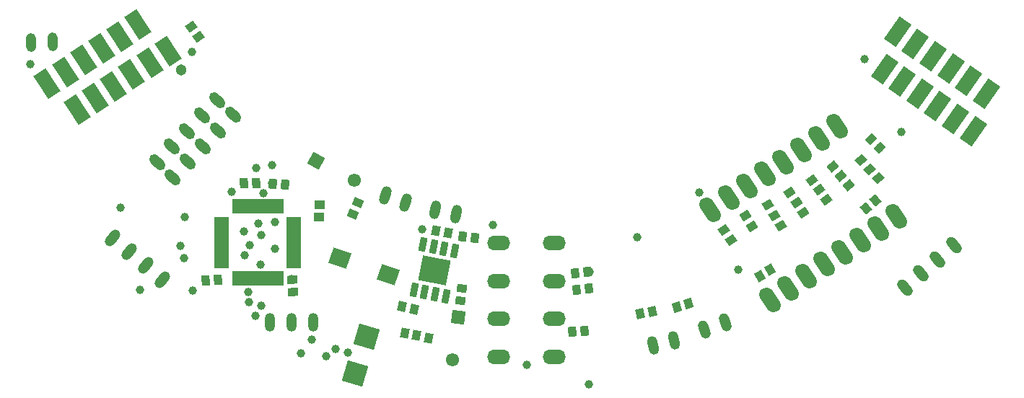
<source format=gts>
%FSLAX25Y25*%
%MOIN*%
G70*
G01*
G75*
G04 Layer_Color=8388736*
G04:AMPARAMS|DCode=10|XSize=37.4mil|YSize=29.53mil|CornerRadius=0mil|HoleSize=0mil|Usage=FLASHONLY|Rotation=215.500|XOffset=0mil|YOffset=0mil|HoleType=Round|Shape=Rectangle|*
%AMROTATEDRECTD10*
4,1,4,0.00665,0.02288,0.02380,-0.00116,-0.00665,-0.02288,-0.02380,0.00116,0.00665,0.02288,0.0*
%
%ADD10ROTATEDRECTD10*%

G04:AMPARAMS|DCode=11|XSize=59.06mil|YSize=118.11mil|CornerRadius=0mil|HoleSize=0mil|Usage=FLASHONLY|Rotation=33.000|XOffset=0mil|YOffset=0mil|HoleType=Round|Shape=Rectangle|*
%AMROTATEDRECTD11*
4,1,4,0.00740,-0.06561,-0.05693,0.03345,-0.00740,0.06561,0.05693,-0.03345,0.00740,-0.06561,0.0*
%
%ADD11ROTATEDRECTD11*%

G04:AMPARAMS|DCode=12|XSize=37.4mil|YSize=29.53mil|CornerRadius=0mil|HoleSize=0mil|Usage=FLASHONLY|Rotation=337.500|XOffset=0mil|YOffset=0mil|HoleType=Round|Shape=Rectangle|*
%AMROTATEDRECTD12*
4,1,4,-0.02293,-0.00648,-0.01163,0.02080,0.02293,0.00648,0.01163,-0.02080,-0.02293,-0.00648,0.0*
%
%ADD12ROTATEDRECTD12*%

G04:AMPARAMS|DCode=13|XSize=37.4mil|YSize=29.53mil|CornerRadius=0mil|HoleSize=0mil|Usage=FLASHONLY|Rotation=96.500|XOffset=0mil|YOffset=0mil|HoleType=Round|Shape=Rectangle|*
%AMROTATEDRECTD13*
4,1,4,0.01679,-0.01691,-0.01255,-0.02025,-0.01679,0.01691,0.01255,0.02025,0.01679,-0.01691,0.0*
%
%ADD13ROTATEDRECTD13*%

%ADD14P,0.12806X4X118.5*%
G04:AMPARAMS|DCode=15|XSize=37.4mil|YSize=29.53mil|CornerRadius=0mil|HoleSize=0mil|Usage=FLASHONLY|Rotation=352.500|XOffset=0mil|YOffset=0mil|HoleType=Round|Shape=Rectangle|*
%AMROTATEDRECTD15*
4,1,4,-0.02047,-0.01220,-0.01661,0.01708,0.02047,0.01220,0.01661,-0.01708,-0.02047,-0.01220,0.0*
%
%ADD15ROTATEDRECTD15*%

G04:AMPARAMS|DCode=16|XSize=37.4mil|YSize=29.53mil|CornerRadius=0mil|HoleSize=0mil|Usage=FLASHONLY|Rotation=78.500|XOffset=0mil|YOffset=0mil|HoleType=Round|Shape=Rectangle|*
%AMROTATEDRECTD16*
4,1,4,0.01074,-0.02127,-0.01820,-0.01538,-0.01074,0.02127,0.01820,0.01538,0.01074,-0.02127,0.0*
%
%ADD16ROTATEDRECTD16*%

G04:AMPARAMS|DCode=17|XSize=108.27mil|YSize=122.05mil|CornerRadius=0mil|HoleSize=0mil|Usage=FLASHONLY|Rotation=259.000|XOffset=0mil|YOffset=0mil|HoleType=Round|Shape=Rectangle|*
%AMROTATEDRECTD17*
4,1,4,-0.04957,0.06478,0.07023,0.04150,0.04957,-0.06478,-0.07023,-0.04150,-0.04957,0.06478,0.0*
%
%ADD17ROTATEDRECTD17*%

G04:AMPARAMS|DCode=18|XSize=23.62mil|YSize=57.09mil|CornerRadius=0mil|HoleSize=0mil|Usage=FLASHONLY|Rotation=349.000|XOffset=0mil|YOffset=0mil|HoleType=Round|Shape=Rectangle|*
%AMROTATEDRECTD18*
4,1,4,-0.01704,-0.02577,-0.00615,0.03027,0.01704,0.02577,0.00615,-0.03027,-0.01704,-0.02577,0.0*
%
%ADD18ROTATEDRECTD18*%

G04:AMPARAMS|DCode=19|XSize=66.93mil|YSize=78.74mil|CornerRadius=0mil|HoleSize=0mil|Usage=FLASHONLY|Rotation=251.000|XOffset=0mil|YOffset=0mil|HoleType=Round|Shape=Rectangle|*
%AMROTATEDRECTD19*
4,1,4,-0.02633,0.04446,0.04812,0.01882,0.02633,-0.04446,-0.04812,-0.01882,-0.02633,0.04446,0.0*
%
%ADD19ROTATEDRECTD19*%

G04:AMPARAMS|DCode=20|XSize=37.4mil|YSize=29.53mil|CornerRadius=0mil|HoleSize=0mil|Usage=FLASHONLY|Rotation=84.948|XOffset=0mil|YOffset=0mil|HoleType=Round|Shape=Rectangle|*
%AMROTATEDRECTD20*
4,1,4,0.01306,-0.01993,-0.01635,-0.01733,-0.01306,0.01993,0.01635,0.01733,0.01306,-0.01993,0.0*
%
%ADD20ROTATEDRECTD20*%

G04:AMPARAMS|DCode=21|XSize=37.4mil|YSize=29.53mil|CornerRadius=0mil|HoleSize=0mil|Usage=FLASHONLY|Rotation=272.280|XOffset=0mil|YOffset=0mil|HoleType=Round|Shape=Rectangle|*
%AMROTATEDRECTD21*
4,1,4,-0.01550,0.01810,0.01401,0.01927,0.01550,-0.01810,-0.01401,-0.01927,-0.01550,0.01810,0.0*
%
%ADD21ROTATEDRECTD21*%

G04:AMPARAMS|DCode=22|XSize=37.4mil|YSize=29.53mil|CornerRadius=0mil|HoleSize=0mil|Usage=FLASHONLY|Rotation=96.500|XOffset=0mil|YOffset=0mil|HoleType=Round|Shape=Rectangle|*
%AMROTATEDRECTD22*
4,1,4,0.01679,-0.01691,-0.01255,-0.02025,-0.01679,0.01691,0.01255,0.02025,0.01679,-0.01691,0.0*
%
%ADD22ROTATEDRECTD22*%

%ADD23R,0.01181X0.05709*%
%ADD24R,0.05709X0.01181*%
G04:AMPARAMS|DCode=25|XSize=37.4mil|YSize=29.53mil|CornerRadius=0mil|HoleSize=0mil|Usage=FLASHONLY|Rotation=103.000|XOffset=0mil|YOffset=0mil|HoleType=Round|Shape=Rectangle|*
%AMROTATEDRECTD25*
4,1,4,0.01859,-0.01490,-0.01018,-0.02154,-0.01859,0.01490,0.01018,0.02154,0.01859,-0.01490,0.0*
%
%ADD25ROTATEDRECTD25*%

G04:AMPARAMS|DCode=26|XSize=37.4mil|YSize=29.53mil|CornerRadius=0mil|HoleSize=0mil|Usage=FLASHONLY|Rotation=77.000|XOffset=0mil|YOffset=0mil|HoleType=Round|Shape=Rectangle|*
%AMROTATEDRECTD26*
4,1,4,0.01018,-0.02154,-0.01859,-0.01490,-0.01018,0.02154,0.01859,0.01490,0.01018,-0.02154,0.0*
%
%ADD26ROTATEDRECTD26*%

G04:AMPARAMS|DCode=27|XSize=37.4mil|YSize=29.53mil|CornerRadius=0mil|HoleSize=0mil|Usage=FLASHONLY|Rotation=95.500|XOffset=0mil|YOffset=0mil|HoleType=Round|Shape=Rectangle|*
%AMROTATEDRECTD27*
4,1,4,0.01649,-0.01720,-0.01290,-0.02003,-0.01649,0.01720,0.01290,0.02003,0.01649,-0.01720,0.0*
%
%ADD27ROTATEDRECTD27*%

G04:AMPARAMS|DCode=28|XSize=37.4mil|YSize=29.53mil|CornerRadius=0mil|HoleSize=0mil|Usage=FLASHONLY|Rotation=182.681|XOffset=0mil|YOffset=0mil|HoleType=Round|Shape=Rectangle|*
%AMROTATEDRECTD28*
4,1,4,0.01799,0.01562,0.01937,-0.01387,-0.01799,-0.01562,-0.01937,0.01387,0.01799,0.01562,0.0*
%
%ADD28ROTATEDRECTD28*%

G04:AMPARAMS|DCode=29|XSize=37.4mil|YSize=29.53mil|CornerRadius=0mil|HoleSize=0mil|Usage=FLASHONLY|Rotation=287.000|XOffset=0mil|YOffset=0mil|HoleType=Round|Shape=Rectangle|*
%AMROTATEDRECTD29*
4,1,4,-0.01959,0.01357,0.00865,0.02220,0.01959,-0.01357,-0.00865,-0.02220,-0.01959,0.01357,0.0*
%
%ADD29ROTATEDRECTD29*%

G04:AMPARAMS|DCode=30|XSize=37.4mil|YSize=29.53mil|CornerRadius=0mil|HoleSize=0mil|Usage=FLASHONLY|Rotation=358.956|XOffset=0mil|YOffset=0mil|HoleType=Round|Shape=Rectangle|*
%AMROTATEDRECTD30*
4,1,4,-0.01897,-0.01442,-0.01843,0.01510,0.01897,0.01442,0.01843,-0.01510,-0.01897,-0.01442,0.0*
%
%ADD30ROTATEDRECTD30*%

G04:AMPARAMS|DCode=31|XSize=37.4mil|YSize=29.53mil|CornerRadius=0mil|HoleSize=0mil|Usage=FLASHONLY|Rotation=262.500|XOffset=0mil|YOffset=0mil|HoleType=Round|Shape=Rectangle|*
%AMROTATEDRECTD31*
4,1,4,-0.01220,0.02047,0.01708,0.01661,0.01220,-0.02047,-0.01708,-0.01661,-0.01220,0.02047,0.0*
%
%ADD31ROTATEDRECTD31*%

G04:AMPARAMS|DCode=32|XSize=37.4mil|YSize=29.53mil|CornerRadius=0mil|HoleSize=0mil|Usage=FLASHONLY|Rotation=259.000|XOffset=0mil|YOffset=0mil|HoleType=Round|Shape=Rectangle|*
%AMROTATEDRECTD32*
4,1,4,-0.01092,0.02117,0.01806,0.01554,0.01092,-0.02117,-0.01806,-0.01554,-0.01092,0.02117,0.0*
%
%ADD32ROTATEDRECTD32*%

G04:AMPARAMS|DCode=33|XSize=37.4mil|YSize=29.53mil|CornerRadius=0mil|HoleSize=0mil|Usage=FLASHONLY|Rotation=45.000|XOffset=0mil|YOffset=0mil|HoleType=Round|Shape=Rectangle|*
%AMROTATEDRECTD33*
4,1,4,-0.00278,-0.02366,-0.02366,-0.00278,0.00278,0.02366,0.02366,0.00278,-0.00278,-0.02366,0.0*
%
%ADD33ROTATEDRECTD33*%

G04:AMPARAMS|DCode=34|XSize=37.4mil|YSize=29.53mil|CornerRadius=0mil|HoleSize=0mil|Usage=FLASHONLY|Rotation=222.500|XOffset=0mil|YOffset=0mil|HoleType=Round|Shape=Rectangle|*
%AMROTATEDRECTD34*
4,1,4,0.00381,0.02352,0.02376,0.00175,-0.00381,-0.02352,-0.02376,-0.00175,0.00381,0.02352,0.0*
%
%ADD34ROTATEDRECTD34*%

G04:AMPARAMS|DCode=35|XSize=37.4mil|YSize=29.53mil|CornerRadius=0mil|HoleSize=0mil|Usage=FLASHONLY|Rotation=219.500|XOffset=0mil|YOffset=0mil|HoleType=Round|Shape=Rectangle|*
%AMROTATEDRECTD35*
4,1,4,0.00504,0.02329,0.02382,0.00050,-0.00504,-0.02329,-0.02382,-0.00050,0.00504,0.02329,0.0*
%
%ADD35ROTATEDRECTD35*%

G04:AMPARAMS|DCode=36|XSize=37.4mil|YSize=29.53mil|CornerRadius=0mil|HoleSize=0mil|Usage=FLASHONLY|Rotation=216.500|XOffset=0mil|YOffset=0mil|HoleType=Round|Shape=Rectangle|*
%AMROTATEDRECTD36*
4,1,4,0.00625,0.02299,0.02382,-0.00074,-0.00625,-0.02299,-0.02382,0.00074,0.00625,0.02299,0.0*
%
%ADD36ROTATEDRECTD36*%

G04:AMPARAMS|DCode=37|XSize=37.4mil|YSize=29.53mil|CornerRadius=0mil|HoleSize=0mil|Usage=FLASHONLY|Rotation=130.000|XOffset=0mil|YOffset=0mil|HoleType=Round|Shape=Rectangle|*
%AMROTATEDRECTD37*
4,1,4,0.02333,-0.00484,0.00071,-0.02382,-0.02333,0.00484,-0.00071,0.02382,0.02333,-0.00484,0.0*
%
%ADD37ROTATEDRECTD37*%

G04:AMPARAMS|DCode=38|XSize=37.4mil|YSize=29.53mil|CornerRadius=0mil|HoleSize=0mil|Usage=FLASHONLY|Rotation=213.500|XOffset=0mil|YOffset=0mil|HoleType=Round|Shape=Rectangle|*
%AMROTATEDRECTD38*
4,1,4,0.00745,0.02263,0.02374,-0.00199,-0.00745,-0.02263,-0.02374,0.00199,0.00745,0.02263,0.0*
%
%ADD38ROTATEDRECTD38*%

G04:AMPARAMS|DCode=39|XSize=37.4mil|YSize=29.53mil|CornerRadius=0mil|HoleSize=0mil|Usage=FLASHONLY|Rotation=210.500|XOffset=0mil|YOffset=0mil|HoleType=Round|Shape=Rectangle|*
%AMROTATEDRECTD39*
4,1,4,0.00862,0.02221,0.02361,-0.00323,-0.00862,-0.02221,-0.02361,0.00323,0.00862,0.02221,0.0*
%
%ADD39ROTATEDRECTD39*%

G04:AMPARAMS|DCode=40|XSize=37.4mil|YSize=29.53mil|CornerRadius=0mil|HoleSize=0mil|Usage=FLASHONLY|Rotation=120.243|XOffset=0mil|YOffset=0mil|HoleType=Round|Shape=Rectangle|*
%AMROTATEDRECTD40*
4,1,4,0.02217,-0.00872,-0.00334,-0.02359,-0.02217,0.00872,0.00334,0.02359,0.02217,-0.00872,0.0*
%
%ADD40ROTATEDRECTD40*%

G04:AMPARAMS|DCode=41|XSize=37.4mil|YSize=29.53mil|CornerRadius=0mil|HoleSize=0mil|Usage=FLASHONLY|Rotation=212.500|XOffset=0mil|YOffset=0mil|HoleType=Round|Shape=Rectangle|*
%AMROTATEDRECTD41*
4,1,4,0.00784,0.02250,0.02371,-0.00240,-0.00784,-0.02250,-0.02371,0.00240,0.00784,0.02250,0.0*
%
%ADD41ROTATEDRECTD41*%

G04:AMPARAMS|DCode=42|XSize=37.4mil|YSize=29.53mil|CornerRadius=0mil|HoleSize=0mil|Usage=FLASHONLY|Rotation=214.500|XOffset=0mil|YOffset=0mil|HoleType=Round|Shape=Rectangle|*
%AMROTATEDRECTD42*
4,1,4,0.00705,0.02276,0.02377,-0.00158,-0.00705,-0.02276,-0.02377,0.00158,0.00705,0.02276,0.0*
%
%ADD42ROTATEDRECTD42*%

G04:AMPARAMS|DCode=43|XSize=59.06mil|YSize=118.11mil|CornerRadius=0mil|HoleSize=0mil|Usage=FLASHONLY|Rotation=325.000|XOffset=0mil|YOffset=0mil|HoleType=Round|Shape=Rectangle|*
%AMROTATEDRECTD43*
4,1,4,-0.05806,-0.03144,0.00969,0.06531,0.05806,0.03144,-0.00969,-0.06531,-0.05806,-0.03144,0.0*
%
%ADD43ROTATEDRECTD43*%

G04:AMPARAMS|DCode=44|XSize=37.4mil|YSize=29.53mil|CornerRadius=0mil|HoleSize=0mil|Usage=FLASHONLY|Rotation=93.284|XOffset=0mil|YOffset=0mil|HoleType=Round|Shape=Rectangle|*
%AMROTATEDRECTD44*
4,1,4,0.01581,-0.01782,-0.01367,-0.01952,-0.01581,0.01782,0.01367,0.01952,0.01581,-0.01782,0.0*
%
%ADD44ROTATEDRECTD44*%

%ADD45C,0.01000*%
G04:AMPARAMS|DCode=46|XSize=39.37mil|YSize=78.74mil|CornerRadius=0mil|HoleSize=0mil|Usage=FLASHONLY|Rotation=182.000|XOffset=0mil|YOffset=0mil|HoleType=Round|Shape=Round|*
%AMOVALD46*
21,1,0.03937,0.03937,0.00000,0.00000,272.0*
1,1,0.03937,-0.00069,0.01967*
1,1,0.03937,0.00069,-0.01967*
%
%ADD46OVALD46*%

G04:AMPARAMS|DCode=47|XSize=59.06mil|YSize=118.11mil|CornerRadius=0mil|HoleSize=0mil|Usage=FLASHONLY|Rotation=33.500|XOffset=0mil|YOffset=0mil|HoleType=Round|Shape=Round|*
%AMOVALD47*
21,1,0.05906,0.05906,0.00000,0.00000,123.5*
1,1,0.05906,0.01630,-0.02462*
1,1,0.05906,-0.01630,0.02462*
%
%ADD47OVALD47*%

G04:AMPARAMS|DCode=48|XSize=39.37mil|YSize=78.74mil|CornerRadius=0mil|HoleSize=0mil|Usage=FLASHONLY|Rotation=349.000|XOffset=0mil|YOffset=0mil|HoleType=Round|Shape=Round|*
%AMOVALD48*
21,1,0.03937,0.03937,0.00000,0.00000,79.0*
1,1,0.03937,-0.00376,-0.01932*
1,1,0.03937,0.00376,0.01932*
%
%ADD48OVALD48*%

%ADD49C,0.05315*%
%ADD50P,0.07517X4X378.0*%
%ADD51P,0.07517X4X307.5*%
%ADD52O,0.03937X0.07874*%
%ADD53O,0.09843X0.05906*%
G04:AMPARAMS|DCode=54|XSize=39.37mil|YSize=78.74mil|CornerRadius=0mil|HoleSize=0mil|Usage=FLASHONLY|Rotation=14.000|XOffset=0mil|YOffset=0mil|HoleType=Round|Shape=Round|*
%AMOVALD54*
21,1,0.03937,0.03937,0.00000,0.00000,104.0*
1,1,0.03937,0.00476,-0.01910*
1,1,0.03937,-0.00476,0.01910*
%
%ADD54OVALD54*%

G04:AMPARAMS|DCode=55|XSize=39.37mil|YSize=78.74mil|CornerRadius=0mil|HoleSize=0mil|Usage=FLASHONLY|Rotation=19.500|XOffset=0mil|YOffset=0mil|HoleType=Round|Shape=Round|*
%AMOVALD55*
21,1,0.03937,0.03937,0.00000,0.00000,109.5*
1,1,0.03937,0.00657,-0.01856*
1,1,0.03937,-0.00657,0.01856*
%
%ADD55OVALD55*%

G04:AMPARAMS|DCode=56|XSize=39.37mil|YSize=78.74mil|CornerRadius=0mil|HoleSize=0mil|Usage=FLASHONLY|Rotation=342.000|XOffset=0mil|YOffset=0mil|HoleType=Round|Shape=Round|*
%AMOVALD56*
21,1,0.03937,0.03937,0.00000,0.00000,72.0*
1,1,0.03937,-0.00608,-0.01872*
1,1,0.03937,0.00608,0.01872*
%
%ADD56OVALD56*%

G04:AMPARAMS|DCode=57|XSize=39.37mil|YSize=78.74mil|CornerRadius=0mil|HoleSize=0mil|Usage=FLASHONLY|Rotation=40.500|XOffset=0mil|YOffset=0mil|HoleType=Round|Shape=Round|*
%AMOVALD57*
21,1,0.03937,0.03937,0.00000,0.00000,130.5*
1,1,0.03937,0.01278,-0.01497*
1,1,0.03937,-0.01278,0.01497*
%
%ADD57OVALD57*%

G04:AMPARAMS|DCode=58|XSize=39.37mil|YSize=78.74mil|CornerRadius=0mil|HoleSize=0mil|Usage=FLASHONLY|Rotation=46.000|XOffset=0mil|YOffset=0mil|HoleType=Round|Shape=Round|*
%AMOVALD58*
21,1,0.03937,0.03937,0.00000,0.00000,136.0*
1,1,0.03937,0.01416,-0.01367*
1,1,0.03937,-0.01416,0.01367*
%
%ADD58OVALD58*%

G04:AMPARAMS|DCode=59|XSize=39.37mil|YSize=78.74mil|CornerRadius=0mil|HoleSize=0mil|Usage=FLASHONLY|Rotation=320.000|XOffset=0mil|YOffset=0mil|HoleType=Round|Shape=Round|*
%AMOVALD59*
21,1,0.03937,0.03937,0.00000,0.00000,50.0*
1,1,0.03937,-0.01265,-0.01508*
1,1,0.03937,0.01265,0.01508*
%
%ADD59OVALD59*%

%ADD60C,0.03150*%
%ADD61C,0.01969*%
%ADD62C,0.04331*%
%ADD63C,0.00984*%
%ADD64C,0.02362*%
%ADD65C,0.00787*%
%ADD66C,0.00394*%
%ADD67C,0.00197*%
G04:AMPARAMS|DCode=68|XSize=45.4mil|YSize=37.53mil|CornerRadius=0mil|HoleSize=0mil|Usage=FLASHONLY|Rotation=215.500|XOffset=0mil|YOffset=0mil|HoleType=Round|Shape=Rectangle|*
%AMROTATEDRECTD68*
4,1,4,0.00759,0.02846,0.02938,-0.00209,-0.00759,-0.02846,-0.02938,0.00209,0.00759,0.02846,0.0*
%
%ADD68ROTATEDRECTD68*%

G04:AMPARAMS|DCode=69|XSize=67.06mil|YSize=126.11mil|CornerRadius=0mil|HoleSize=0mil|Usage=FLASHONLY|Rotation=33.000|XOffset=0mil|YOffset=0mil|HoleType=Round|Shape=Rectangle|*
%AMROTATEDRECTD69*
4,1,4,0.00622,-0.07114,-0.06246,0.03462,-0.00622,0.07114,0.06246,-0.03462,0.00622,-0.07114,0.0*
%
%ADD69ROTATEDRECTD69*%

G04:AMPARAMS|DCode=70|XSize=45.4mil|YSize=37.53mil|CornerRadius=0mil|HoleSize=0mil|Usage=FLASHONLY|Rotation=337.500|XOffset=0mil|YOffset=0mil|HoleType=Round|Shape=Rectangle|*
%AMROTATEDRECTD70*
4,1,4,-0.02815,-0.00865,-0.01379,0.02602,0.02815,0.00865,0.01379,-0.02602,-0.02815,-0.00865,0.0*
%
%ADD70ROTATEDRECTD70*%

G04:AMPARAMS|DCode=71|XSize=45.4mil|YSize=37.53mil|CornerRadius=0mil|HoleSize=0mil|Usage=FLASHONLY|Rotation=96.500|XOffset=0mil|YOffset=0mil|HoleType=Round|Shape=Rectangle|*
%AMROTATEDRECTD71*
4,1,4,0.02121,-0.02043,-0.01607,-0.02468,-0.02121,0.02043,0.01607,0.02468,0.02121,-0.02043,0.0*
%
%ADD71ROTATEDRECTD71*%

%ADD72P,0.13937X4X118.5*%
G04:AMPARAMS|DCode=73|XSize=45.4mil|YSize=37.53mil|CornerRadius=0mil|HoleSize=0mil|Usage=FLASHONLY|Rotation=352.500|XOffset=0mil|YOffset=0mil|HoleType=Round|Shape=Rectangle|*
%AMROTATEDRECTD73*
4,1,4,-0.02496,-0.01564,-0.02006,0.02157,0.02496,0.01564,0.02006,-0.02157,-0.02496,-0.01564,0.0*
%
%ADD73ROTATEDRECTD73*%

G04:AMPARAMS|DCode=74|XSize=45.4mil|YSize=37.53mil|CornerRadius=0mil|HoleSize=0mil|Usage=FLASHONLY|Rotation=78.500|XOffset=0mil|YOffset=0mil|HoleType=Round|Shape=Rectangle|*
%AMROTATEDRECTD74*
4,1,4,0.01386,-0.02599,-0.02291,-0.01850,-0.01386,0.02599,0.02291,0.01850,0.01386,-0.02599,0.0*
%
%ADD74ROTATEDRECTD74*%

G04:AMPARAMS|DCode=75|XSize=116.27mil|YSize=130.05mil|CornerRadius=0mil|HoleSize=0mil|Usage=FLASHONLY|Rotation=259.000|XOffset=0mil|YOffset=0mil|HoleType=Round|Shape=Rectangle|*
%AMROTATEDRECTD75*
4,1,4,-0.05274,0.06947,0.07492,0.04466,0.05274,-0.06947,-0.07492,-0.04466,-0.05274,0.06947,0.0*
%
%ADD75ROTATEDRECTD75*%

G04:AMPARAMS|DCode=76|XSize=31.62mil|YSize=65.09mil|CornerRadius=0mil|HoleSize=0mil|Usage=FLASHONLY|Rotation=349.000|XOffset=0mil|YOffset=0mil|HoleType=Round|Shape=Rectangle|*
%AMROTATEDRECTD76*
4,1,4,-0.02173,-0.02893,-0.00931,0.03496,0.02173,0.02893,0.00931,-0.03496,-0.02173,-0.02893,0.0*
%
%ADD76ROTATEDRECTD76*%

G04:AMPARAMS|DCode=77|XSize=74.93mil|YSize=86.74mil|CornerRadius=0mil|HoleSize=0mil|Usage=FLASHONLY|Rotation=251.000|XOffset=0mil|YOffset=0mil|HoleType=Round|Shape=Rectangle|*
%AMROTATEDRECTD77*
4,1,4,-0.02881,0.04954,0.05321,0.02130,0.02881,-0.04954,-0.05321,-0.02130,-0.02881,0.04954,0.0*
%
%ADD77ROTATEDRECTD77*%

G04:AMPARAMS|DCode=78|XSize=45.4mil|YSize=37.53mil|CornerRadius=0mil|HoleSize=0mil|Usage=FLASHONLY|Rotation=84.948|XOffset=0mil|YOffset=0mil|HoleType=Round|Shape=Rectangle|*
%AMROTATEDRECTD78*
4,1,4,0.01669,-0.02427,-0.02069,-0.02096,-0.01669,0.02427,0.02069,0.02096,0.01669,-0.02427,0.0*
%
%ADD78ROTATEDRECTD78*%

G04:AMPARAMS|DCode=79|XSize=45.4mil|YSize=37.53mil|CornerRadius=0mil|HoleSize=0mil|Usage=FLASHONLY|Rotation=272.280|XOffset=0mil|YOffset=0mil|HoleType=Round|Shape=Rectangle|*
%AMROTATEDRECTD79*
4,1,4,-0.01965,0.02194,0.01785,0.02343,0.01965,-0.02194,-0.01785,-0.02343,-0.01965,0.02194,0.0*
%
%ADD79ROTATEDRECTD79*%

G04:AMPARAMS|DCode=80|XSize=45.4mil|YSize=37.53mil|CornerRadius=0mil|HoleSize=0mil|Usage=FLASHONLY|Rotation=96.500|XOffset=0mil|YOffset=0mil|HoleType=Round|Shape=Rectangle|*
%AMROTATEDRECTD80*
4,1,4,0.02121,-0.02043,-0.01607,-0.02468,-0.02121,0.02043,0.01607,0.02468,0.02121,-0.02043,0.0*
%
%ADD80ROTATEDRECTD80*%

%ADD81R,0.01981X0.06509*%
%ADD82R,0.06509X0.01981*%
G04:AMPARAMS|DCode=83|XSize=45.4mil|YSize=37.53mil|CornerRadius=0mil|HoleSize=0mil|Usage=FLASHONLY|Rotation=103.000|XOffset=0mil|YOffset=0mil|HoleType=Round|Shape=Rectangle|*
%AMROTATEDRECTD83*
4,1,4,0.02339,-0.01790,-0.01318,-0.02634,-0.02339,0.01790,0.01318,0.02634,0.02339,-0.01790,0.0*
%
%ADD83ROTATEDRECTD83*%

G04:AMPARAMS|DCode=84|XSize=45.4mil|YSize=37.53mil|CornerRadius=0mil|HoleSize=0mil|Usage=FLASHONLY|Rotation=77.000|XOffset=0mil|YOffset=0mil|HoleType=Round|Shape=Rectangle|*
%AMROTATEDRECTD84*
4,1,4,0.01318,-0.02634,-0.02339,-0.01790,-0.01318,0.02634,0.02339,0.01790,0.01318,-0.02634,0.0*
%
%ADD84ROTATEDRECTD84*%

G04:AMPARAMS|DCode=85|XSize=45.4mil|YSize=37.53mil|CornerRadius=0mil|HoleSize=0mil|Usage=FLASHONLY|Rotation=95.500|XOffset=0mil|YOffset=0mil|HoleType=Round|Shape=Rectangle|*
%AMROTATEDRECTD85*
4,1,4,0.02085,-0.02080,-0.01650,-0.02440,-0.02085,0.02080,0.01650,0.02440,0.02085,-0.02080,0.0*
%
%ADD85ROTATEDRECTD85*%

G04:AMPARAMS|DCode=86|XSize=45.4mil|YSize=37.53mil|CornerRadius=0mil|HoleSize=0mil|Usage=FLASHONLY|Rotation=182.681|XOffset=0mil|YOffset=0mil|HoleType=Round|Shape=Rectangle|*
%AMROTATEDRECTD86*
4,1,4,0.02180,0.01981,0.02355,-0.01768,-0.02180,-0.01981,-0.02355,0.01768,0.02180,0.01981,0.0*
%
%ADD86ROTATEDRECTD86*%

G04:AMPARAMS|DCode=87|XSize=45.4mil|YSize=37.53mil|CornerRadius=0mil|HoleSize=0mil|Usage=FLASHONLY|Rotation=287.000|XOffset=0mil|YOffset=0mil|HoleType=Round|Shape=Rectangle|*
%AMROTATEDRECTD87*
4,1,4,-0.02458,0.01622,0.01131,0.02720,0.02458,-0.01622,-0.01131,-0.02720,-0.02458,0.01622,0.0*
%
%ADD87ROTATEDRECTD87*%

G04:AMPARAMS|DCode=88|XSize=45.4mil|YSize=37.53mil|CornerRadius=0mil|HoleSize=0mil|Usage=FLASHONLY|Rotation=358.956|XOffset=0mil|YOffset=0mil|HoleType=Round|Shape=Rectangle|*
%AMROTATEDRECTD88*
4,1,4,-0.02304,-0.01835,-0.02236,0.01917,0.02304,0.01835,0.02236,-0.01917,-0.02304,-0.01835,0.0*
%
%ADD88ROTATEDRECTD88*%

G04:AMPARAMS|DCode=89|XSize=45.4mil|YSize=37.53mil|CornerRadius=0mil|HoleSize=0mil|Usage=FLASHONLY|Rotation=262.500|XOffset=0mil|YOffset=0mil|HoleType=Round|Shape=Rectangle|*
%AMROTATEDRECTD89*
4,1,4,-0.01564,0.02496,0.02157,0.02006,0.01564,-0.02496,-0.02157,-0.02006,-0.01564,0.02496,0.0*
%
%ADD89ROTATEDRECTD89*%

G04:AMPARAMS|DCode=90|XSize=45.4mil|YSize=37.53mil|CornerRadius=0mil|HoleSize=0mil|Usage=FLASHONLY|Rotation=259.000|XOffset=0mil|YOffset=0mil|HoleType=Round|Shape=Rectangle|*
%AMROTATEDRECTD90*
4,1,4,-0.01409,0.02586,0.02275,0.01870,0.01409,-0.02586,-0.02275,-0.01870,-0.01409,0.02586,0.0*
%
%ADD90ROTATEDRECTD90*%

G04:AMPARAMS|DCode=91|XSize=45.4mil|YSize=37.53mil|CornerRadius=0mil|HoleSize=0mil|Usage=FLASHONLY|Rotation=45.000|XOffset=0mil|YOffset=0mil|HoleType=Round|Shape=Rectangle|*
%AMROTATEDRECTD91*
4,1,4,-0.00278,-0.02932,-0.02932,-0.00278,0.00278,0.02932,0.02932,0.00278,-0.00278,-0.02932,0.0*
%
%ADD91ROTATEDRECTD91*%

G04:AMPARAMS|DCode=92|XSize=45.4mil|YSize=37.53mil|CornerRadius=0mil|HoleSize=0mil|Usage=FLASHONLY|Rotation=222.500|XOffset=0mil|YOffset=0mil|HoleType=Round|Shape=Rectangle|*
%AMROTATEDRECTD92*
4,1,4,0.00406,0.02917,0.02941,0.00150,-0.00406,-0.02917,-0.02941,-0.00150,0.00406,0.02917,0.0*
%
%ADD92ROTATEDRECTD92*%

G04:AMPARAMS|DCode=93|XSize=45.4mil|YSize=37.53mil|CornerRadius=0mil|HoleSize=0mil|Usage=FLASHONLY|Rotation=219.500|XOffset=0mil|YOffset=0mil|HoleType=Round|Shape=Rectangle|*
%AMROTATEDRECTD93*
4,1,4,0.00558,0.02892,0.02945,-0.00004,-0.00558,-0.02892,-0.02945,0.00004,0.00558,0.02892,0.0*
%
%ADD93ROTATEDRECTD93*%

G04:AMPARAMS|DCode=94|XSize=45.4mil|YSize=37.53mil|CornerRadius=0mil|HoleSize=0mil|Usage=FLASHONLY|Rotation=216.500|XOffset=0mil|YOffset=0mil|HoleType=Round|Shape=Rectangle|*
%AMROTATEDRECTD94*
4,1,4,0.00709,0.02859,0.02941,-0.00158,-0.00709,-0.02859,-0.02941,0.00158,0.00709,0.02859,0.0*
%
%ADD94ROTATEDRECTD94*%

G04:AMPARAMS|DCode=95|XSize=45.4mil|YSize=37.53mil|CornerRadius=0mil|HoleSize=0mil|Usage=FLASHONLY|Rotation=130.000|XOffset=0mil|YOffset=0mil|HoleType=Round|Shape=Rectangle|*
%AMROTATEDRECTD95*
4,1,4,0.02897,-0.00533,0.00022,-0.02945,-0.02897,0.00533,-0.00022,0.02945,0.02897,-0.00533,0.0*
%
%ADD95ROTATEDRECTD95*%

G04:AMPARAMS|DCode=96|XSize=45.4mil|YSize=37.53mil|CornerRadius=0mil|HoleSize=0mil|Usage=FLASHONLY|Rotation=213.500|XOffset=0mil|YOffset=0mil|HoleType=Round|Shape=Rectangle|*
%AMROTATEDRECTD96*
4,1,4,0.00857,0.02818,0.02929,-0.00312,-0.00857,-0.02818,-0.02929,0.00312,0.00857,0.02818,0.0*
%
%ADD96ROTATEDRECTD96*%

G04:AMPARAMS|DCode=97|XSize=45.4mil|YSize=37.53mil|CornerRadius=0mil|HoleSize=0mil|Usage=FLASHONLY|Rotation=210.500|XOffset=0mil|YOffset=0mil|HoleType=Round|Shape=Rectangle|*
%AMROTATEDRECTD97*
4,1,4,0.01004,0.02769,0.02908,-0.00465,-0.01004,-0.02769,-0.02908,0.00465,0.01004,0.02769,0.0*
%
%ADD97ROTATEDRECTD97*%

G04:AMPARAMS|DCode=98|XSize=45.4mil|YSize=37.53mil|CornerRadius=0mil|HoleSize=0mil|Usage=FLASHONLY|Rotation=120.243|XOffset=0mil|YOffset=0mil|HoleType=Round|Shape=Rectangle|*
%AMROTATEDRECTD98*
4,1,4,0.02764,-0.01016,-0.00478,-0.02906,-0.02764,0.01016,0.00478,0.02906,0.02764,-0.01016,0.0*
%
%ADD98ROTATEDRECTD98*%

G04:AMPARAMS|DCode=99|XSize=45.4mil|YSize=37.53mil|CornerRadius=0mil|HoleSize=0mil|Usage=FLASHONLY|Rotation=212.500|XOffset=0mil|YOffset=0mil|HoleType=Round|Shape=Rectangle|*
%AMROTATEDRECTD99*
4,1,4,0.00906,0.02802,0.02923,-0.00363,-0.00906,-0.02802,-0.02923,0.00363,0.00906,0.02802,0.0*
%
%ADD99ROTATEDRECTD99*%

G04:AMPARAMS|DCode=100|XSize=45.4mil|YSize=37.53mil|CornerRadius=0mil|HoleSize=0mil|Usage=FLASHONLY|Rotation=214.500|XOffset=0mil|YOffset=0mil|HoleType=Round|Shape=Rectangle|*
%AMROTATEDRECTD100*
4,1,4,0.00808,0.02832,0.02934,-0.00261,-0.00808,-0.02832,-0.02934,0.00261,0.00808,0.02832,0.0*
%
%ADD100ROTATEDRECTD100*%

G04:AMPARAMS|DCode=101|XSize=67.06mil|YSize=126.11mil|CornerRadius=0mil|HoleSize=0mil|Usage=FLASHONLY|Rotation=325.000|XOffset=0mil|YOffset=0mil|HoleType=Round|Shape=Rectangle|*
%AMROTATEDRECTD101*
4,1,4,-0.06363,-0.03242,0.00870,0.07088,0.06363,0.03242,-0.00870,-0.07088,-0.06363,-0.03242,0.0*
%
%ADD101ROTATEDRECTD101*%

G04:AMPARAMS|DCode=102|XSize=45.4mil|YSize=37.53mil|CornerRadius=0mil|HoleSize=0mil|Usage=FLASHONLY|Rotation=93.284|XOffset=0mil|YOffset=0mil|HoleType=Round|Shape=Rectangle|*
%AMROTATEDRECTD102*
4,1,4,0.02003,-0.02159,-0.01743,-0.02374,-0.02003,0.02159,0.01743,0.02374,0.02003,-0.02159,0.0*
%
%ADD102ROTATEDRECTD102*%

G04:AMPARAMS|DCode=103|XSize=47.37mil|YSize=86.74mil|CornerRadius=0mil|HoleSize=0mil|Usage=FLASHONLY|Rotation=182.000|XOffset=0mil|YOffset=0mil|HoleType=Round|Shape=Round|*
%AMOVALD103*
21,1,0.03937,0.04737,0.00000,0.00000,272.0*
1,1,0.04737,-0.00069,0.01967*
1,1,0.04737,0.00069,-0.01967*
%
%ADD103OVALD103*%

G04:AMPARAMS|DCode=104|XSize=67.06mil|YSize=126.11mil|CornerRadius=0mil|HoleSize=0mil|Usage=FLASHONLY|Rotation=33.500|XOffset=0mil|YOffset=0mil|HoleType=Round|Shape=Round|*
%AMOVALD104*
21,1,0.05906,0.06706,0.00000,0.00000,123.5*
1,1,0.06706,0.01630,-0.02462*
1,1,0.06706,-0.01630,0.02462*
%
%ADD104OVALD104*%

G04:AMPARAMS|DCode=105|XSize=47.37mil|YSize=86.74mil|CornerRadius=0mil|HoleSize=0mil|Usage=FLASHONLY|Rotation=349.000|XOffset=0mil|YOffset=0mil|HoleType=Round|Shape=Round|*
%AMOVALD105*
21,1,0.03937,0.04737,0.00000,0.00000,79.0*
1,1,0.04737,-0.00376,-0.01932*
1,1,0.04737,0.00376,0.01932*
%
%ADD105OVALD105*%

%ADD106C,0.06115*%
%ADD107P,0.08648X4X378.0*%
%ADD108P,0.08648X4X307.5*%
%ADD109O,0.04737X0.08674*%
%ADD110O,0.10642X0.06706*%
G04:AMPARAMS|DCode=111|XSize=47.37mil|YSize=86.74mil|CornerRadius=0mil|HoleSize=0mil|Usage=FLASHONLY|Rotation=14.000|XOffset=0mil|YOffset=0mil|HoleType=Round|Shape=Round|*
%AMOVALD111*
21,1,0.03937,0.04737,0.00000,0.00000,104.0*
1,1,0.04737,0.00476,-0.01910*
1,1,0.04737,-0.00476,0.01910*
%
%ADD111OVALD111*%

G04:AMPARAMS|DCode=112|XSize=47.37mil|YSize=86.74mil|CornerRadius=0mil|HoleSize=0mil|Usage=FLASHONLY|Rotation=19.500|XOffset=0mil|YOffset=0mil|HoleType=Round|Shape=Round|*
%AMOVALD112*
21,1,0.03937,0.04737,0.00000,0.00000,109.5*
1,1,0.04737,0.00657,-0.01856*
1,1,0.04737,-0.00657,0.01856*
%
%ADD112OVALD112*%

G04:AMPARAMS|DCode=113|XSize=47.37mil|YSize=86.74mil|CornerRadius=0mil|HoleSize=0mil|Usage=FLASHONLY|Rotation=342.000|XOffset=0mil|YOffset=0mil|HoleType=Round|Shape=Round|*
%AMOVALD113*
21,1,0.03937,0.04737,0.00000,0.00000,72.0*
1,1,0.04737,-0.00608,-0.01872*
1,1,0.04737,0.00608,0.01872*
%
%ADD113OVALD113*%

G04:AMPARAMS|DCode=114|XSize=47.37mil|YSize=86.74mil|CornerRadius=0mil|HoleSize=0mil|Usage=FLASHONLY|Rotation=40.500|XOffset=0mil|YOffset=0mil|HoleType=Round|Shape=Round|*
%AMOVALD114*
21,1,0.03937,0.04737,0.00000,0.00000,130.5*
1,1,0.04737,0.01278,-0.01497*
1,1,0.04737,-0.01278,0.01497*
%
%ADD114OVALD114*%

G04:AMPARAMS|DCode=115|XSize=47.37mil|YSize=86.74mil|CornerRadius=0mil|HoleSize=0mil|Usage=FLASHONLY|Rotation=46.000|XOffset=0mil|YOffset=0mil|HoleType=Round|Shape=Round|*
%AMOVALD115*
21,1,0.03937,0.04737,0.00000,0.00000,136.0*
1,1,0.04737,0.01416,-0.01367*
1,1,0.04737,-0.01416,0.01367*
%
%ADD115OVALD115*%

G04:AMPARAMS|DCode=116|XSize=47.37mil|YSize=86.74mil|CornerRadius=0mil|HoleSize=0mil|Usage=FLASHONLY|Rotation=320.000|XOffset=0mil|YOffset=0mil|HoleType=Round|Shape=Round|*
%AMOVALD116*
21,1,0.03937,0.04737,0.00000,0.00000,50.0*
1,1,0.04737,-0.01265,-0.01508*
1,1,0.04737,0.01265,0.01508*
%
%ADD116OVALD116*%

%ADD117C,0.03950*%
%ADD118C,0.02769*%
%ADD119C,0.05131*%
D68*
X382822Y407803D02*
D03*
X379507Y412451D02*
D03*
D69*
X329765Y397106D02*
D03*
X321378Y391659D02*
D03*
X312992Y386213D02*
D03*
X338152Y402552D02*
D03*
X346538Y407999D02*
D03*
X354925Y413445D02*
D03*
X368768Y401310D02*
D03*
X360381Y395864D02*
D03*
X351994Y390417D02*
D03*
X343608Y384971D02*
D03*
X335221Y379524D02*
D03*
X326834Y374078D02*
D03*
D70*
X456434Y331033D02*
D03*
X454250Y325758D02*
D03*
D71*
X557665Y290969D02*
D03*
X563337Y291615D02*
D03*
D72*
X460377Y269264D02*
D03*
X455345Y252277D02*
D03*
D73*
X504482Y291488D02*
D03*
X503736Y285828D02*
D03*
D74*
X478091Y270874D02*
D03*
X483685Y269735D02*
D03*
X489279Y268597D02*
D03*
D75*
X491801Y299832D02*
D03*
D76*
X482392Y290732D02*
D03*
X487300Y289778D02*
D03*
X492208Y288824D02*
D03*
X497116Y287870D02*
D03*
X486486Y311795D02*
D03*
X491394Y310841D02*
D03*
X496302Y309887D02*
D03*
X501210Y308932D02*
D03*
D77*
X448298Y305430D02*
D03*
X470633Y297739D02*
D03*
D78*
X417132Y339983D02*
D03*
X422818Y339480D02*
D03*
D79*
X409460Y340316D02*
D03*
X403756Y340089D02*
D03*
D80*
X556818Y298401D02*
D03*
X562490Y299047D02*
D03*
D81*
X421150Y329469D02*
D03*
X419182Y329469D02*
D03*
X417213Y329469D02*
D03*
X415245Y329469D02*
D03*
X413276Y329469D02*
D03*
X411308Y329469D02*
D03*
X409339D02*
D03*
X407371Y329469D02*
D03*
X405402Y329469D02*
D03*
X403434Y329469D02*
D03*
X401465Y329469D02*
D03*
X399497Y329469D02*
D03*
Y296201D02*
D03*
X401465Y296201D02*
D03*
X403434Y296201D02*
D03*
X405402Y296201D02*
D03*
X407371Y296201D02*
D03*
X409339Y296201D02*
D03*
X411307D02*
D03*
X413276Y296201D02*
D03*
X415245Y296201D02*
D03*
X417213D02*
D03*
X419182Y296201D02*
D03*
X421150Y296201D02*
D03*
D82*
X393689Y323662D02*
D03*
X393689Y321694D02*
D03*
X393689Y319725D02*
D03*
X393689Y317757D02*
D03*
X393689Y315788D02*
D03*
X393689Y313820D02*
D03*
Y311851D02*
D03*
X393689Y309883D02*
D03*
X393689Y307914D02*
D03*
X393689Y305946D02*
D03*
X393689Y303977D02*
D03*
X393689Y302009D02*
D03*
X426957D02*
D03*
X426957Y303977D02*
D03*
X426957Y305946D02*
D03*
X426957Y307914D02*
D03*
X426957Y309883D02*
D03*
X426957Y311851D02*
D03*
Y313820D02*
D03*
X426957Y315788D02*
D03*
X426957Y317757D02*
D03*
X426957Y319725D02*
D03*
X426957Y321694D02*
D03*
X426957Y323662D02*
D03*
D83*
X586929Y279716D02*
D03*
X592491Y281000D02*
D03*
D84*
X477040Y283301D02*
D03*
X482602Y282017D02*
D03*
D85*
X555522Y271397D02*
D03*
X561204Y271944D02*
D03*
D86*
X426430Y289795D02*
D03*
X426163Y295497D02*
D03*
D87*
X609333Y284497D02*
D03*
X603873Y282828D02*
D03*
D88*
X438742Y330190D02*
D03*
X438639Y324482D02*
D03*
D89*
X510433Y314828D02*
D03*
X504774Y315573D02*
D03*
D90*
X498058Y317065D02*
D03*
X492455Y318155D02*
D03*
D91*
X693501Y360499D02*
D03*
X697538Y356462D02*
D03*
D92*
X696721Y342467D02*
D03*
X692864Y346676D02*
D03*
X689008Y350884D02*
D03*
D93*
X683227Y339080D02*
D03*
X679596Y343485D02*
D03*
X675964Y347890D02*
D03*
D94*
X672878Y332493D02*
D03*
X669482Y337082D02*
D03*
X666087Y341671D02*
D03*
D95*
X691087Y328447D02*
D03*
X695460Y332116D02*
D03*
D96*
X662249Y326492D02*
D03*
X659098Y331252D02*
D03*
X655948Y336013D02*
D03*
D97*
X651773Y320410D02*
D03*
X648876Y325328D02*
D03*
X645978Y330247D02*
D03*
D98*
X642073Y297359D02*
D03*
X647004Y300235D02*
D03*
D99*
X638454Y320344D02*
D03*
X635387Y325159D02*
D03*
D100*
X628753Y313876D02*
D03*
X625520Y318580D02*
D03*
D101*
X722229Y398865D02*
D03*
X714037Y404600D02*
D03*
X705846Y410336D02*
D03*
X730420Y393129D02*
D03*
X738612Y387393D02*
D03*
X746803Y381658D02*
D03*
X740737Y364277D02*
D03*
X732546Y370013D02*
D03*
X724354Y375749D02*
D03*
X716163Y381484D02*
D03*
X707971Y387220D02*
D03*
X699780Y392956D02*
D03*
D102*
X386185Y295339D02*
D03*
X391884Y295666D02*
D03*
D103*
X305559Y405220D02*
D03*
X315553Y405569D02*
D03*
D104*
X644390Y344415D02*
D03*
X636051Y338896D02*
D03*
X627712Y333377D02*
D03*
X652729Y349935D02*
D03*
X661068Y355454D02*
D03*
X669407Y360973D02*
D03*
X677745Y366493D02*
D03*
X619374Y327857D02*
D03*
X646970Y286163D02*
D03*
X655309Y291682D02*
D03*
X663648Y297202D02*
D03*
X671987Y302721D02*
D03*
X680326Y308240D02*
D03*
X688664Y313760D02*
D03*
X697003Y319279D02*
D03*
X705342Y324798D02*
D03*
D105*
X501968Y325931D02*
D03*
X492151Y327839D02*
D03*
D106*
X454903Y341601D02*
D03*
X500152Y258602D02*
D03*
D107*
X437363Y350538D02*
D03*
D108*
X502722Y278119D02*
D03*
D109*
X436026Y275864D02*
D03*
X426026Y275864D02*
D03*
X416026Y275864D02*
D03*
D110*
X547295Y277414D02*
D03*
Y259697D02*
D03*
X521705D02*
D03*
Y277414D02*
D03*
X547295Y294737D02*
D03*
Y312453D02*
D03*
X521705D02*
D03*
Y294737D02*
D03*
D111*
X592739Y265250D02*
D03*
X602442Y267669D02*
D03*
D112*
X616708Y272374D02*
D03*
X626134Y275712D02*
D03*
D113*
X478620Y331339D02*
D03*
X469109Y334429D02*
D03*
D114*
X709081Y291995D02*
D03*
X731893Y311479D02*
D03*
X724289Y304984D02*
D03*
X716685Y298490D02*
D03*
D115*
X370941Y342932D02*
D03*
X377888Y350126D02*
D03*
X384835Y357319D02*
D03*
X391781Y364512D02*
D03*
X398728Y371706D02*
D03*
X391534Y378653D02*
D03*
X384588Y371459D02*
D03*
X363748Y349879D02*
D03*
X370695Y357072D02*
D03*
X377641Y364266D02*
D03*
D116*
X350892Y308463D02*
D03*
X358553Y302035D02*
D03*
X366213Y295607D02*
D03*
X343232Y314891D02*
D03*
D117*
X707529Y363703D02*
D03*
X374545Y311042D02*
D03*
X376099Y305434D02*
D03*
X355765Y290729D02*
D03*
X379765Y400768D02*
D03*
X305316Y395063D02*
D03*
X347021Y328720D02*
D03*
X376576Y324480D02*
D03*
X412726Y335520D02*
D03*
X411704Y302460D02*
D03*
X345756Y408321D02*
D03*
X326681Y373984D02*
D03*
X344305Y383835D02*
D03*
X352318Y389551D02*
D03*
X360381Y395864D02*
D03*
X406500Y311500D02*
D03*
X404205Y306877D02*
D03*
X486304Y318748D02*
D03*
X563504Y299197D02*
D03*
X435314Y267702D02*
D03*
X534500Y256351D02*
D03*
X563118Y247221D02*
D03*
X715159Y380875D02*
D03*
X722656Y374571D02*
D03*
X730777Y368892D02*
D03*
X747271Y381325D02*
D03*
X741202Y363813D02*
D03*
X418375Y309698D02*
D03*
X418326Y322275D02*
D03*
X386185Y295325D02*
D03*
X380084Y290569D02*
D03*
X409460Y340316D02*
D03*
Y347218D02*
D03*
X416799Y340316D02*
D03*
X416893Y348381D02*
D03*
X426000Y296000D02*
D03*
X448016Y305445D02*
D03*
X391884Y295666D02*
D03*
X614313Y335944D02*
D03*
X518858Y320745D02*
D03*
X585399Y315356D02*
D03*
X632085Y300321D02*
D03*
X722229Y398865D02*
D03*
X690675Y397483D02*
D03*
X730101Y392475D02*
D03*
X707971Y387220D02*
D03*
X697468Y356532D02*
D03*
X409174Y278750D02*
D03*
X411719Y283639D02*
D03*
X406348Y285204D02*
D03*
X430177Y261423D02*
D03*
X398304Y336206D02*
D03*
X403987Y317972D02*
D03*
X410449Y321543D02*
D03*
X442020Y260233D02*
D03*
X446128Y263362D02*
D03*
X451771Y261960D02*
D03*
X411837Y316145D02*
D03*
X405991Y289925D02*
D03*
D118*
X487137Y298533D02*
D03*
X487963Y302784D02*
D03*
X491388Y297707D02*
D03*
X492214Y301958D02*
D03*
X495639Y296881D02*
D03*
X496465Y301132D02*
D03*
D119*
X374774Y392448D02*
D03*
M02*

</source>
